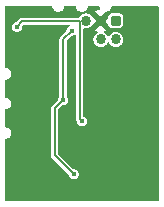
<source format=gbl>
%TF.GenerationSoftware,KiCad,Pcbnew,9.0.4*%
%TF.CreationDate,2025-10-01T23:03:38+01:00*%
%TF.ProjectId,vm_light_sensor,766d5f6c-6967-4687-945f-73656e736f72,0.4*%
%TF.SameCoordinates,PX510ff40PY47868c0*%
%TF.FileFunction,Copper,L2,Bot*%
%TF.FilePolarity,Positive*%
%FSLAX45Y45*%
G04 Gerber Fmt 4.5, Leading zero omitted, Abs format (unit mm)*
G04 Created by KiCad (PCBNEW 9.0.4) date 2025-10-01 23:03:38*
%MOMM*%
%LPD*%
G01*
G04 APERTURE LIST*
G04 Aperture macros list*
%AMRoundRect*
0 Rectangle with rounded corners*
0 $1 Rounding radius*
0 $2 $3 $4 $5 $6 $7 $8 $9 X,Y pos of 4 corners*
0 Add a 4 corners polygon primitive as box body*
4,1,4,$2,$3,$4,$5,$6,$7,$8,$9,$2,$3,0*
0 Add four circle primitives for the rounded corners*
1,1,$1+$1,$2,$3*
1,1,$1+$1,$4,$5*
1,1,$1+$1,$6,$7*
1,1,$1+$1,$8,$9*
0 Add four rect primitives between the rounded corners*
20,1,$1+$1,$2,$3,$4,$5,0*
20,1,$1+$1,$4,$5,$6,$7,0*
20,1,$1+$1,$6,$7,$8,$9,0*
20,1,$1+$1,$8,$9,$2,$3,0*%
G04 Aperture macros list end*
%TA.AperFunction,ComponentPad*%
%ADD10RoundRect,0.172720X-0.259080X-0.259080X0.259080X-0.259080X0.259080X0.259080X-0.259080X0.259080X0*%
%TD*%
%TA.AperFunction,ComponentPad*%
%ADD11C,0.863600*%
%TD*%
%TA.AperFunction,ViaPad*%
%ADD12C,0.450000*%
%TD*%
%TA.AperFunction,ViaPad*%
%ADD13C,0.600000*%
%TD*%
%TA.AperFunction,Conductor*%
%ADD14C,0.200000*%
%TD*%
G04 APERTURE END LIST*
D10*
%TO.P,J1,1,Vcc*%
%TO.N,+3V3*%
X287500Y700000D03*
D11*
%TO.P,J1,2,SWDIO*%
%TO.N,/SWDIO*%
X287500Y542520D03*
%TO.P,J1,3,GND*%
%TO.N,GND*%
X160500Y700000D03*
%TO.P,J1,4,SWDCLK*%
%TO.N,/SWCLK*%
X160500Y542520D03*
%TO.P,J1,5,~{RESET}*%
%TO.N,/nRESET*%
X33500Y700000D03*
%TD*%
D12*
%TO.N,GND*%
X-500000Y200000D03*
X150000Y-450000D03*
X-500000Y-575000D03*
X125000Y-675000D03*
X-500000Y-200000D03*
D13*
X503290Y-385000D03*
D12*
%TO.N,+3V3*%
X-160000Y30000D03*
X-87500Y615800D03*
X-70000Y-600000D03*
%TO.N,/nRESET*%
X0Y-150000D03*
X-550000Y650000D03*
%TD*%
D14*
%TO.N,+3V3*%
X-230000Y-440000D02*
X-230000Y-40000D01*
X-160000Y543300D02*
X-87500Y615800D01*
X-230000Y-40000D02*
X-160000Y30000D01*
X-70000Y-600000D02*
X-230000Y-440000D01*
X-160000Y30000D02*
X-160000Y543300D01*
%TO.N,/nRESET*%
X-17000Y-133000D02*
X0Y-150000D01*
X-502610Y697390D02*
X-17000Y697390D01*
X-550000Y650000D02*
X-502610Y697390D01*
X-17000Y697390D02*
X-17000Y-133000D01*
%TD*%
%TA.AperFunction,Conductor*%
%TO.N,GND*%
G36*
X-251625Y822783D02*
G01*
X-249915Y819312D01*
X-249698Y819370D01*
X-249572Y818902D01*
X-249572Y818901D01*
X-246194Y806294D01*
X-239668Y794990D01*
X-230438Y785760D01*
X-219134Y779234D01*
X-206526Y775856D01*
X-206526Y775856D01*
X-193474Y775856D01*
X-193474Y775856D01*
X-180866Y779234D01*
X-169562Y785760D01*
X-160332Y794990D01*
X-153806Y806294D01*
X-150428Y818901D01*
X-150428Y818902D01*
X-150302Y819370D01*
X-150027Y819296D01*
X-147649Y823419D01*
X-143142Y824950D01*
X-56858Y824950D01*
X-51625Y822783D01*
X-49915Y819312D01*
X-49698Y819370D01*
X-49572Y818902D01*
X-49572Y818901D01*
X-46194Y806294D01*
X-39668Y794990D01*
X-30438Y785760D01*
X-19134Y779234D01*
X-6526Y775856D01*
X-6526Y775856D01*
X6526Y775856D01*
X6526Y775856D01*
X19134Y779234D01*
X30438Y785760D01*
X39668Y794990D01*
X46194Y806294D01*
X49572Y818901D01*
X49572Y818902D01*
X49698Y819370D01*
X49973Y819296D01*
X52351Y823419D01*
X56858Y824950D01*
X143142Y824950D01*
X148375Y822783D01*
X150085Y819312D01*
X150302Y819370D01*
X150428Y818902D01*
X150428Y818901D01*
X153806Y806294D01*
X153806Y806293D01*
X155178Y803917D01*
X155917Y798302D01*
X152470Y793809D01*
X150213Y792959D01*
X133321Y789599D01*
X133320Y789599D01*
X116362Y782575D01*
X114515Y781341D01*
X160500Y735355D01*
X198833Y773688D01*
X204065Y775856D01*
X206526Y775856D01*
X206526Y775856D01*
X219134Y779234D01*
X230438Y785760D01*
X239668Y794990D01*
X246194Y806294D01*
X249572Y818901D01*
X249572Y818902D01*
X249698Y819370D01*
X249973Y819296D01*
X252351Y823419D01*
X256858Y824950D01*
X642550Y824950D01*
X647783Y822783D01*
X649950Y817550D01*
X649950Y-817550D01*
X647783Y-822783D01*
X642550Y-824950D01*
X-642550Y-824950D01*
X-647783Y-822783D01*
X-649950Y-817550D01*
X-649950Y-306914D01*
X-647783Y-301682D01*
X-643921Y-299778D01*
X-643942Y-299698D01*
X-643540Y-299590D01*
X-643515Y-299578D01*
X-643475Y-299572D01*
X-643474Y-299572D01*
X-630866Y-296194D01*
X-619562Y-289668D01*
X-610332Y-280438D01*
X-603806Y-269134D01*
X-600428Y-256526D01*
X-600428Y-243474D01*
X-603806Y-230866D01*
X-610332Y-219562D01*
X-619562Y-210332D01*
X-630866Y-203806D01*
X-643474Y-200428D01*
X-643474Y-200428D01*
X-643517Y-200422D01*
X-643535Y-200411D01*
X-643942Y-200302D01*
X-643913Y-200193D01*
X-648421Y-197590D01*
X-649950Y-193085D01*
X-649950Y-56487D01*
X-647783Y-51254D01*
X-643921Y-49350D01*
X-643942Y-49270D01*
X-643540Y-49162D01*
X-643515Y-49150D01*
X-643475Y-49144D01*
X-643474Y-49144D01*
X-630866Y-45766D01*
X-619562Y-39240D01*
X-610332Y-30010D01*
X-603806Y-18706D01*
X-600428Y-6098D01*
X-600428Y6954D01*
X-603806Y19562D01*
X-610332Y30866D01*
X-619562Y40096D01*
X-630866Y46622D01*
X-643474Y50000D01*
X-643474Y50000D01*
X-643517Y50006D01*
X-643535Y50016D01*
X-643942Y50125D01*
X-643913Y50235D01*
X-648421Y52838D01*
X-649950Y57342D01*
X-649950Y193513D01*
X-647783Y198746D01*
X-643921Y200650D01*
X-643942Y200730D01*
X-643540Y200838D01*
X-643515Y200850D01*
X-643475Y200856D01*
X-643474Y200856D01*
X-630866Y204234D01*
X-619562Y210760D01*
X-610332Y219990D01*
X-603806Y231294D01*
X-600428Y243901D01*
X-600428Y256954D01*
X-603806Y269562D01*
X-610332Y280866D01*
X-619562Y290096D01*
X-630866Y296622D01*
X-643474Y300000D01*
X-643474Y300000D01*
X-643517Y300006D01*
X-643535Y300017D01*
X-643942Y300126D01*
X-643913Y300235D01*
X-648421Y302838D01*
X-649950Y307342D01*
X-649950Y655602D01*
X-592550Y655602D01*
X-592550Y644398D01*
X-589651Y633577D01*
X-589650Y633576D01*
X-587922Y630582D01*
X-584049Y623874D01*
X-576126Y615952D01*
X-566424Y610350D01*
X-555602Y607450D01*
X-555602Y607450D01*
X-555602Y607450D01*
X-544398Y607450D01*
X-544398Y607450D01*
X-533576Y610350D01*
X-523874Y615952D01*
X-515951Y623874D01*
X-510350Y633576D01*
X-507450Y644398D01*
X-507450Y644398D01*
X-507450Y646988D01*
X-505283Y652220D01*
X-492330Y665173D01*
X-487098Y667340D01*
X-110947Y667340D01*
X-105715Y665173D01*
X-103547Y659940D01*
X-105715Y654707D01*
X-107247Y653531D01*
X-113626Y649849D01*
X-121548Y641926D01*
X-127150Y632224D01*
X-127150Y632223D01*
X-130050Y621402D01*
X-130050Y618812D01*
X-132217Y613580D01*
X-184046Y561751D01*
X-188002Y554899D01*
X-188002Y554899D01*
X-190050Y547257D01*
X-190050Y63190D01*
X-192217Y57957D01*
X-194048Y56126D01*
X-199650Y46424D01*
X-199650Y46423D01*
X-202550Y35602D01*
X-202550Y33012D01*
X-204717Y27780D01*
X-254046Y-21549D01*
X-258002Y-28401D01*
X-258002Y-28401D01*
X-260050Y-36044D01*
X-260050Y-443956D01*
X-258002Y-451598D01*
X-258002Y-451599D01*
X-254046Y-458451D01*
X-114717Y-597780D01*
X-112550Y-603012D01*
X-112550Y-605602D01*
X-109650Y-616423D01*
X-109650Y-616424D01*
X-109650Y-616424D01*
X-104048Y-626126D01*
X-96126Y-634049D01*
X-86424Y-639650D01*
X-75602Y-642550D01*
X-75602Y-642550D01*
X-75602Y-642550D01*
X-64398Y-642550D01*
X-64398Y-642550D01*
X-53576Y-639650D01*
X-43874Y-634049D01*
X-35952Y-626126D01*
X-30350Y-616424D01*
X-27450Y-605602D01*
X-27450Y-605602D01*
X-27450Y-594398D01*
X-27450Y-594398D01*
X-30350Y-583577D01*
X-30350Y-583576D01*
X-35952Y-573874D01*
X-43874Y-565952D01*
X-53576Y-560350D01*
X-53577Y-560350D01*
X-64398Y-557450D01*
X-64398Y-557450D01*
X-66988Y-557450D01*
X-72220Y-555283D01*
X-197783Y-429720D01*
X-199950Y-424488D01*
X-199950Y-55512D01*
X-197783Y-50280D01*
X-162220Y-14717D01*
X-156988Y-12550D01*
X-154398Y-12550D01*
X-154398Y-12550D01*
X-143576Y-9650D01*
X-133874Y-4048D01*
X-125951Y3874D01*
X-120350Y13576D01*
X-117450Y24398D01*
X-117450Y24398D01*
X-117450Y35602D01*
X-117450Y35602D01*
X-120350Y46423D01*
X-120350Y46424D01*
X-125951Y56126D01*
X-127783Y57957D01*
X-129950Y63190D01*
X-129950Y527788D01*
X-127783Y533020D01*
X-89720Y571083D01*
X-84488Y573250D01*
X-81898Y573250D01*
X-81898Y573250D01*
X-71076Y576150D01*
X-61374Y581752D01*
X-59683Y583443D01*
X-54450Y585610D01*
X-49217Y583443D01*
X-47050Y578210D01*
X-47050Y-136956D01*
X-45002Y-144599D01*
X-45002Y-144599D01*
X-43542Y-147129D01*
X-42550Y-150829D01*
X-42550Y-155602D01*
X-39651Y-166423D01*
X-39650Y-166424D01*
X-39650Y-166424D01*
X-34049Y-176126D01*
X-26126Y-184048D01*
X-16424Y-189650D01*
X-5602Y-192550D01*
X-5602Y-192550D01*
X-5602Y-192550D01*
X5602Y-192550D01*
X5602Y-192550D01*
X16424Y-189650D01*
X26126Y-184048D01*
X34049Y-176126D01*
X39650Y-166424D01*
X42550Y-155602D01*
X42550Y-155602D01*
X42550Y-144398D01*
X42550Y-144398D01*
X39650Y-133577D01*
X39650Y-133576D01*
X34049Y-123874D01*
X26126Y-115951D01*
X20769Y-112858D01*
X16750Y-110538D01*
X13302Y-106045D01*
X13050Y-104129D01*
X13050Y548748D01*
X97270Y548748D01*
X97270Y536293D01*
X99700Y524077D01*
X99700Y524076D01*
X104466Y512570D01*
X104466Y512569D01*
X104466Y512569D01*
X111386Y502213D01*
X120193Y493406D01*
X130549Y486486D01*
X142057Y481720D01*
X154272Y479290D01*
X154273Y479290D01*
X166728Y479290D01*
X166728Y479290D01*
X178943Y481720D01*
X190451Y486486D01*
X200807Y493406D01*
X209614Y502213D01*
X216534Y512569D01*
X217163Y514089D01*
X221168Y518094D01*
X226832Y518094D01*
X230836Y514090D01*
X231466Y512569D01*
X238386Y502213D01*
X247193Y493406D01*
X257549Y486486D01*
X269057Y481720D01*
X281272Y479290D01*
X281273Y479290D01*
X293728Y479290D01*
X293728Y479290D01*
X305944Y481720D01*
X317451Y486486D01*
X327807Y493406D01*
X336614Y502213D01*
X343534Y512569D01*
X348300Y524076D01*
X350730Y536292D01*
X350730Y548748D01*
X348300Y560964D01*
X347974Y561751D01*
X343534Y572470D01*
X336614Y582826D01*
X336614Y582827D01*
X327807Y591634D01*
X317451Y598554D01*
X317451Y598554D01*
X317450Y598554D01*
X305944Y603320D01*
X305943Y603320D01*
X296740Y605151D01*
X293728Y605750D01*
X281272Y605750D01*
X278856Y605269D01*
X269057Y603320D01*
X269056Y603320D01*
X257550Y598554D01*
X247194Y591634D01*
X238386Y582826D01*
X231466Y572471D01*
X230837Y570951D01*
X226832Y566946D01*
X221168Y566946D01*
X217163Y570951D01*
X216534Y572471D01*
X209614Y582826D01*
X209614Y582827D01*
X200807Y591634D01*
X190451Y598554D01*
X190450Y598554D01*
X190148Y598756D01*
X190235Y598885D01*
X186959Y602878D01*
X187514Y608515D01*
X191208Y611863D01*
X204637Y617425D01*
X206485Y618660D01*
X206485Y618660D01*
X160500Y664645D01*
X114515Y618660D01*
X114515Y618660D01*
X116362Y617425D01*
X129791Y611863D01*
X133796Y607858D01*
X133796Y602194D01*
X130779Y598864D01*
X130852Y598756D01*
X120194Y591634D01*
X111386Y582826D01*
X104466Y572470D01*
X99700Y560964D01*
X99700Y560963D01*
X97270Y548748D01*
X13050Y548748D01*
X13050Y630582D01*
X15217Y635815D01*
X20450Y637982D01*
X21894Y637840D01*
X21958Y637827D01*
X27272Y636770D01*
X27272Y636770D01*
X39728Y636770D01*
X39728Y636770D01*
X51943Y639200D01*
X63451Y643966D01*
X73807Y650886D01*
X74660Y651739D01*
X78457Y653312D01*
X125145Y700000D01*
X125145Y700000D01*
X121466Y703678D01*
X132560Y703678D01*
X132560Y696322D01*
X134464Y689216D01*
X138142Y682844D01*
X143344Y677642D01*
X149716Y673964D01*
X156822Y672060D01*
X164178Y672060D01*
X171284Y673964D01*
X177656Y677642D01*
X182858Y682844D01*
X186536Y689216D01*
X188440Y696322D01*
X188440Y700000D01*
X195855Y700000D01*
X222357Y673498D01*
X224447Y669333D01*
X225327Y663295D01*
X230100Y653531D01*
X230797Y652105D01*
X239605Y643298D01*
X250795Y637827D01*
X258050Y636770D01*
X258050Y636770D01*
X316950Y636770D01*
X316950Y636770D01*
X324205Y637827D01*
X335395Y643298D01*
X344203Y652105D01*
X349673Y663295D01*
X350730Y670550D01*
X350730Y729450D01*
X349673Y736705D01*
X344203Y747895D01*
X335395Y756702D01*
X324205Y762173D01*
X316951Y763230D01*
X316950Y763230D01*
X258050Y763230D01*
X258049Y763230D01*
X250795Y762173D01*
X239605Y756702D01*
X230797Y747895D01*
X225327Y736705D01*
X224447Y730668D01*
X222357Y726502D01*
X195855Y700000D01*
X188440Y700000D01*
X188440Y703678D01*
X186536Y710784D01*
X182858Y717156D01*
X177656Y722358D01*
X171284Y726036D01*
X164178Y727940D01*
X156822Y727940D01*
X149716Y726036D01*
X143344Y722358D01*
X138142Y717156D01*
X134464Y710784D01*
X132560Y703678D01*
X121466Y703678D01*
X78318Y746826D01*
X75198Y747773D01*
X74661Y748260D01*
X73807Y749114D01*
X63451Y756034D01*
X63450Y756034D01*
X63450Y756034D01*
X51944Y760800D01*
X51943Y760800D01*
X42740Y762631D01*
X39728Y763230D01*
X27272Y763230D01*
X24856Y762749D01*
X15057Y760800D01*
X15056Y760800D01*
X3550Y756034D01*
X-6806Y749114D01*
X-15614Y740306D01*
X-22014Y730729D01*
X-26723Y727582D01*
X-28167Y727440D01*
X-506566Y727440D01*
X-514209Y725392D01*
X-514209Y725392D01*
X-521061Y721436D01*
X-547780Y694717D01*
X-553012Y692550D01*
X-555602Y692550D01*
X-566423Y689651D01*
X-566424Y689650D01*
X-576126Y684049D01*
X-584049Y676126D01*
X-589650Y666424D01*
X-589651Y666423D01*
X-592550Y655602D01*
X-649950Y655602D01*
X-649950Y817550D01*
X-647783Y822783D01*
X-642550Y824950D01*
X-256858Y824950D01*
X-251625Y822783D01*
G37*
%TD.AperFunction*%
%TD*%
M02*

</source>
